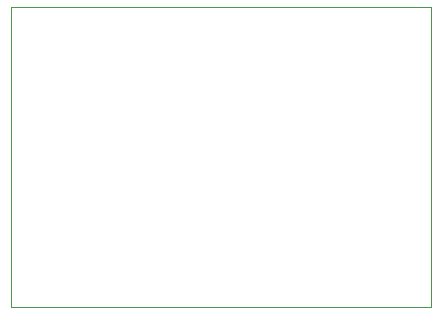
<source format=gbr>
G04 #@! TF.GenerationSoftware,KiCad,Pcbnew,(5.1.5)-3*
G04 #@! TF.CreationDate,2020-03-16T19:41:12-04:00*
G04 #@! TF.ProjectId,BreakoutGPSATGM336H,42726561-6b6f-4757-9447-50534154474d,rev?*
G04 #@! TF.SameCoordinates,Original*
G04 #@! TF.FileFunction,Profile,NP*
%FSLAX46Y46*%
G04 Gerber Fmt 4.6, Leading zero omitted, Abs format (unit mm)*
G04 Created by KiCad (PCBNEW (5.1.5)-3) date 2020-03-16 19:41:12*
%MOMM*%
%LPD*%
G04 APERTURE LIST*
%ADD10C,0.050000*%
G04 APERTURE END LIST*
D10*
X134620000Y-93980000D02*
X134620000Y-68580000D01*
X170180000Y-93980000D02*
X134620000Y-93980000D01*
X170180000Y-68580000D02*
X170180000Y-93980000D01*
X134620000Y-68580000D02*
X170180000Y-68580000D01*
M02*

</source>
